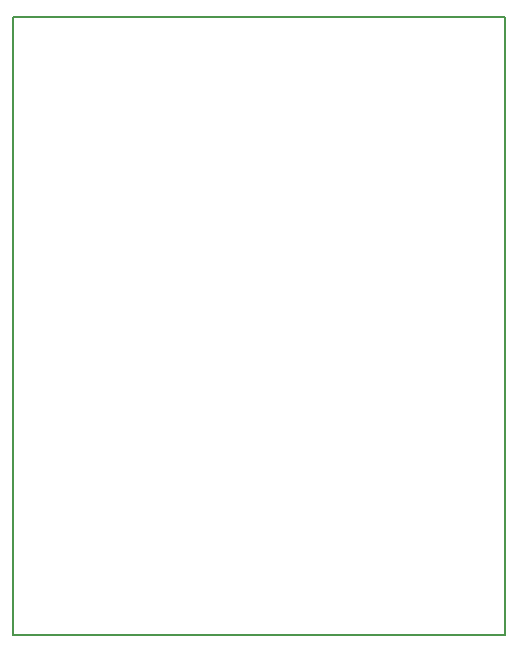
<source format=gbp>
%TF.GenerationSoftware,KiCad,Pcbnew,5.0.2+dfsg1-1*%
%TF.CreationDate,2022-03-26T23:48:13+09:00*%
%TF.ProjectId,tablet-psu,7461626c-6574-42d7-9073-752e6b696361,rev?*%
%TF.SameCoordinates,Original*%
%TF.FileFunction,Paste,Bot*%
%TF.FilePolarity,Positive*%
%FSLAX46Y46*%
G04 Gerber Fmt 4.6, Leading zero omitted, Abs format (unit mm)*
G04 Created by KiCad (PCBNEW 5.0.2+dfsg1-1) date Sat 26 Mar 2022 11:48:13 PM JST*
%MOMM*%
%LPD*%
G01*
G04 APERTURE LIST*
%ADD10C,0.150000*%
G04 APERTURE END LIST*
D10*
X138176000Y-70104000D02*
X138176000Y-122428000D01*
X96520000Y-70104000D02*
X138176000Y-70104000D01*
X96520000Y-122428000D02*
X138176000Y-122428000D01*
X96520000Y-70104000D02*
X96520000Y-122428000D01*
M02*

</source>
